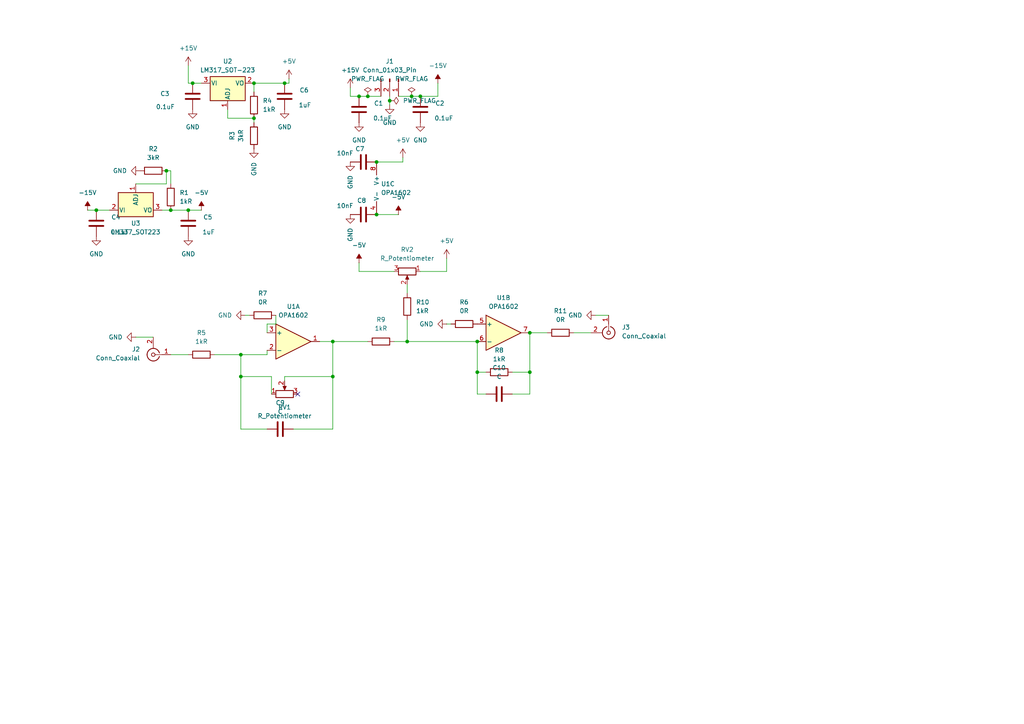
<source format=kicad_sch>
(kicad_sch (version 20250114) (generator "eeschema") (generator_version "9.0")
  (paper "A4")
  (lib_symbols
    (symbol "Amplifier_Operational:OPA1602" (pin_names (offset 0.127))
      (property "Reference" "U" (at 0 5.08 0))
      (property "Value" "OPA1602" (at 0 -5.08 0))
      (symbol "OPA1602_1_1"
        (polyline (pts (xy -5.08 5.08) (xy 5.08 0) (xy -5.08 -5.08) (xy -5.08 5.08)) (stroke (width 0.254)) (fill (type background)))
        (pin input line (at -7.62 2.54 0) (length 2.54) (name "+") (number "3"))
        (pin input line (at -7.62 -2.54 0) (length 2.54) (name "-") (number "2"))
        (pin output line (at 7.62 0 180) (length 2.54) (name "~") (number "1"))
      )
      (symbol "OPA1602_2_1"
        (polyline (pts (xy -5.08 5.08) (xy 5.08 0) (xy -5.08 -5.08) (xy -5.08 5.08)) (stroke (width 0.254)) (fill (type background)))
        (pin input line (at -7.62 2.54 0) (length 2.54) (name "+") (number "5"))
        (pin input line (at -7.62 -2.54 0) (length 2.54) (name "-") (number "6"))
        (pin output line (at 7.62 0 180) (length 2.54) (name "~") (number "7"))
      )
      (symbol "OPA1602_3_1"
        (pin power_in line (at -2.54 7.62 270) (length 3.81) (name "V+") (number "8"))
        (pin power_in line (at -2.54 -7.62 90) (length 3.81) (name "V-") (number "4"))
      )
    )
    (symbol "Connector:Conn_01x03_Pin" (pin_names (offset 1.016) (hide yes))
      (property "Reference" "J" (at 0 5.08 0))
      (property "Value" "Conn_01x03_Pin" (at 0 -5.08 0))
      (symbol "Conn_01x03_Pin_1_1"
        (rectangle (start 0.8636 2.667) (end 0 2.413) (stroke (width 0.1524)) (fill (type outline)))
        (rectangle (start 0.8636 0.127) (end 0 -0.127) (stroke (width 0.1524)) (fill (type outline)))
        (rectangle (start 0.8636 -2.413) (end 0 -2.667) (stroke (width 0.1524)) (fill (type outline)))
        (polyline (pts (xy 1.27 2.54) (xy 0.8636 2.54)) (stroke (width 0.1524)))
        (polyline (pts (xy 1.27 0) (xy 0.8636 0)) (stroke (width 0.1524)))
        (polyline (pts (xy 1.27 -2.54) (xy 0.8636 -2.54)) (stroke (width 0.1524)))
        (pin passive line (at 5.08 2.54 180) (length 3.81) (name "Pin_1") (number "1"))
        (pin passive line (at 5.08 0 180) (length 3.81) (name "Pin_2") (number "2"))
        (pin passive line (at 5.08 -2.54 180) (length 3.81) (name "Pin_3") (number "3"))
      )
    )
    (symbol "Connector:Conn_Coaxial" (pin_names (offset 1.016) (hide yes))
      (property "Reference" "J" (at 0.254 3.048 0))
      (property "Value" "Conn_Coaxial" (at 2.921 0 90))
      (symbol "Conn_Coaxial_0_1"
        (polyline (pts (xy -2.54 0) (xy -0.508 0)))
        (arc (start 1.778 0) (mid 0.222 -1.8079) (end -1.778 -0.508) (stroke (width 0.254)))
        (arc (start -1.778 0.508) (mid 0.2221 1.8084) (end 1.778 0) (stroke (width 0.254)))
        (circle (center 0 0) (radius 0.508) (stroke (width 0.2032)))
        (polyline (pts (xy 0 -2.54) (xy 0 -1.778)))
      )
      (symbol "Conn_Coaxial_1_1"
        (pin passive line (at -5.08 0 0) (length 2.54) (name "In") (number "1"))
        (pin passive line (at 0 -5.08 90) (length 2.54) (name "Ext") (number "2"))
      )
    )
    (symbol "Device:C" (pin_numbers (hide yes)) (pin_names (offset 0.254))
      (property "Reference" "C" (at 0.635 2.54 0))
      (property "Value" "C" (at 0.635 -2.54 0))
      (symbol "C_0_1"
        (polyline (pts (xy -2.032 0.762) (xy 2.032 0.762)) (stroke (width 0.508)))
        (polyline (pts (xy -2.032 -0.762) (xy 2.032 -0.762)) (stroke (width 0.508)))
      )
      (symbol "C_1_1"
        (pin passive line (at 0 3.81 270) (length 2.794) (name "~") (number "1"))
        (pin passive line (at 0 -3.81 90) (length 2.794) (name "~") (number "2"))
      )
    )
    (symbol "Device:R" (pin_numbers (hide yes)) (pin_names (offset 0))
      (property "Reference" "R" (at 2.032 0 90))
      (property "Value" "R" (at 0 0 90))
      (symbol "R_0_1"
        (rectangle (start -1.016 -2.54) (end 1.016 2.54) (stroke (width 0.254)))
      )
      (symbol "R_1_1"
        (pin passive line (at 0 3.81 270) (length 1.27) (name "~") (number "1"))
        (pin passive line (at 0 -3.81 90) (length 1.27) (name "~") (number "2"))
      )
    )
    (symbol "Device:R_Potentiometer" (pin_names (offset 1.016) (hide yes))
      (property "Reference" "RV" (at -4.445 0 90))
      (property "Value" "R_Potentiometer" (at -2.54 0 90))
      (symbol "R_Potentiometer_0_1"
        (rectangle (start 1.016 2.54) (end -1.016 -2.54) (stroke (width 0.254)))
        (polyline (pts (xy 1.143 0) (xy 2.286 0.508) (xy 2.286 -0.508) (xy 1.143 0)) (fill (type outline)))
        (polyline (pts (xy 2.54 0) (xy 1.524 0)))
      )
      (symbol "R_Potentiometer_1_1"
        (pin passive line (at 0 3.81 270) (length 1.27) (name "1") (number "1"))
        (pin passive line (at 0 -3.81 90) (length 1.27) (name "3") (number "3"))
        (pin passive line (at 3.81 0 180) (length 1.27) (name "2") (number "2"))
      )
    )
    (symbol "Regulator_Linear:LM317_SOT-223" (pin_names (offset 0.254))
      (property "Reference" "U" (at -3.81 3.175 0))
      (property "Value" "LM317_SOT-223" (at 0 3.175 0))
      (symbol "LM317_SOT-223_0_1"
        (rectangle (start -5.08 1.905) (end 5.08 -5.08) (stroke (width 0.254)) (fill (type background)))
      )
      (symbol "LM317_SOT-223_1_1"
        (pin power_in line (at -7.62 0 0) (length 2.54) (name "VI") (number "3"))
        (pin input line (at 0 -7.62 90) (length 2.54) (name "ADJ") (number "1"))
        (pin power_out line (at 7.62 0 180) (length 2.54) (name "VO") (number "2"))
      )
    )
    (symbol "Regulator_Linear:LM337_SOT223" (pin_names (offset 0.254))
      (property "Reference" "U" (at -3.81 -3.175 0))
      (property "Value" "LM337_SOT223" (at 0 -3.175 0))
      (symbol "LM337_SOT223_0_1"
        (rectangle (start -5.08 5.08) (end 5.08 -1.905) (stroke (width 0.254)) (fill (type background)))
      )
      (symbol "LM337_SOT223_1_1"
        (pin power_in line (at -7.62 0 0) (length 2.54) (name "VI") (number "2"))
        (pin input line (at 0 7.62 270) (length 2.54) (name "ADJ") (number "1"))
        (pin power_out line (at 7.62 0 180) (length 2.54) (name "VO") (number "3"))
      )
    )
    (symbol "power:+15V" (power) (pin_numbers (hide yes)) (pin_names (offset 0) (hide yes))
      (property "Value" "+15V" (at 0 3.556 0))
      (symbol "+15V_0_1"
        (polyline (pts (xy -0.762 1.27) (xy 0 2.54)))
        (polyline (pts (xy 0 2.54) (xy 0.762 1.27)))
        (polyline (pts (xy 0 0) (xy 0 2.54)))
      )
      (symbol "+15V_1_1"
        (pin power_in line (at 0 0 90) (length 0) (name "~") (number "1"))
      )
    )
    (symbol "power:+5V" (power) (pin_numbers (hide yes)) (pin_names (offset 0) (hide yes))
      (property "Value" "+5V" (at 0 3.556 0))
      (symbol "+5V_0_1"
        (polyline (pts (xy -0.762 1.27) (xy 0 2.54)))
        (polyline (pts (xy 0 2.54) (xy 0.762 1.27)))
        (polyline (pts (xy 0 0) (xy 0 2.54)))
      )
      (symbol "+5V_1_1"
        (pin power_in line (at 0 0 90) (length 0) (name "~") (number "1"))
      )
    )
    (symbol "power:-15V" (power) (pin_numbers (hide yes)) (pin_names (offset 0) (hide yes))
      (property "Value" "-15V" (at 0 3.556 0))
      (symbol "-15V_0_0"
        (pin power_in line (at 0 0 90) (length 0) (name "~") (number "1"))
      )
      (symbol "-15V_0_1"
        (polyline (pts (xy 0 0) (xy 0 1.27) (xy 0.762 1.27) (xy 0 2.54) (xy -0.762 1.27) (xy 0 1.27)) (fill (type outline)))
      )
    )
    (symbol "power:-5V" (power) (pin_numbers (hide yes)) (pin_names (offset 0) (hide yes))
      (property "Value" "-5V" (at 0 3.556 0))
      (symbol "-5V_0_0"
        (pin power_in line (at 0 0 90) (length 0) (name "~") (number "1"))
      )
      (symbol "-5V_0_1"
        (polyline (pts (xy 0 0) (xy 0 1.27) (xy 0.762 1.27) (xy 0 2.54) (xy -0.762 1.27) (xy 0 1.27)) (fill (type outline)))
      )
    )
    (symbol "power:GND" (power) (pin_numbers (hide yes)) (pin_names (offset 0) (hide yes))
      (property "Value" "GND" (at 0 -3.81 0))
      (symbol "GND_0_1"
        (polyline (pts (xy 0 0) (xy 0 -1.27) (xy 1.27 -1.27) (xy 0 -2.54) (xy -1.27 -1.27) (xy 0 -1.27)))
      )
      (symbol "GND_1_1"
        (pin power_in line (at 0 0 270) (length 0) (name "~") (number "1"))
      )
    )
    (symbol "power:PWR_FLAG" (power) (pin_numbers (hide yes)) (pin_names (offset 0) (hide yes))
      (property "Value" "PWR_FLAG" (at 0 3.81 0))
      (symbol "PWR_FLAG_0_0"
        (pin power_out line (at 0 0 90) (length 0) (name "~") (number "1"))
      )
      (symbol "PWR_FLAG_0_1"
        (polyline (pts (xy 0 0) (xy 0 1.27) (xy -1.016 1.905) (xy 0 2.54) (xy 1.016 1.905) (xy 0 1.27)))
      )
    )
  )
  (junction (at 119.38 27.94))
  (junction (at 27.94 60.96))
  (junction (at 48.26 49.53))
  (junction (at 54.61 60.96))
  (junction (at 96.52 109.22))
  (junction (at 96.52 99.06))
  (junction (at 69.85 109.22))
  (junction (at 121.92 27.94))
  (junction (at 109.22 46.99))
  (junction (at 109.22 62.23))
  (junction (at 69.85 102.87))
  (junction (at 73.66 24.13))
  (junction (at 113.03 29.21))
  (junction (at 49.53 60.96))
  (junction (at 82.55 24.13))
  (junction (at 138.43 99.06))
  (junction (at 118.11 99.06))
  (junction (at 153.67 107.95))
  (junction (at 73.66 34.29))
  (junction (at 104.14 27.94))
  (junction (at 153.67 96.52))
  (junction (at 138.43 107.95))
  (junction (at 106.68 27.94))
  (junction (at 55.88 24.13))
  (no_connect (at 86.36 114.3))
  (wire (pts (xy 49.53 49.53) (xy 48.26 49.53)))
  (wire (pts (xy 69.85 102.87) (xy 77.47 102.87)))
  (wire (pts (xy 77.47 102.87) (xy 77.47 101.6)))
  (wire (pts (xy 82.55 109.22) (xy 96.52 109.22)))
  (wire (pts (xy 153.67 96.52) (xy 158.75 96.52)))
  (wire (pts (xy 138.43 107.95) (xy 138.43 114.3)))
  (wire (pts (xy 82.55 110.49) (xy 82.55 109.22)))
  (wire (pts (xy 153.67 96.52) (xy 153.67 107.95)))
  (wire (pts (xy 48.26 53.34) (xy 48.26 49.53)))
  (wire (pts (xy 109.22 62.23) (xy 115.57 62.23)))
  (wire (pts (xy 62.23 102.87) (xy 69.85 102.87)))
  (wire (pts (xy 69.85 102.87) (xy 69.85 109.22)))
  (wire (pts (xy 96.52 99.06) (xy 106.68 99.06)))
  (wire (pts (xy 96.52 109.22) (xy 96.52 124.46)))
  (wire (pts (xy 104.14 27.94) (xy 106.68 27.94)))
  (wire (pts (xy 138.43 107.95) (xy 138.43 99.06)))
  (wire (pts (xy 82.55 24.13) (xy 83.82 24.13)))
  (wire (pts (xy 83.82 22.86) (xy 83.82 24.13)))
  (wire (pts (xy 71.12 91.44) (xy 72.39 91.44)))
  (wire (pts (xy 55.88 24.13) (xy 58.42 24.13)))
  (wire (pts (xy 49.53 102.87) (xy 54.61 102.87)))
  (wire (pts (xy 148.59 114.3) (xy 153.67 114.3)))
  (wire (pts (xy 54.61 60.96) (xy 58.42 60.96)))
  (wire (pts (xy 49.53 53.34) (xy 49.53 49.53)))
  (wire (pts (xy 54.61 19.05) (xy 54.61 24.13)))
  (wire (pts (xy 77.47 124.46) (xy 69.85 124.46)))
  (wire (pts (xy 39.37 53.34) (xy 48.26 53.34)))
  (wire (pts (xy 46.99 60.96) (xy 49.53 60.96)))
  (wire (pts (xy 129.54 74.93) (xy 129.54 78.74)))
  (wire (pts (xy 140.97 107.95) (xy 138.43 107.95)))
  (wire (pts (xy 49.53 60.96) (xy 54.61 60.96)))
  (wire (pts (xy 113.03 27.94) (xy 113.03 29.21)))
  (wire (pts (xy 109.22 46.99) (xy 116.84 46.99)))
  (wire (pts (xy 78.74 114.3) (xy 78.74 109.22)))
  (wire (pts (xy 25.4 60.96) (xy 27.94 60.96)))
  (wire (pts (xy 66.04 31.75) (xy 66.04 34.29)))
  (wire (pts (xy 113.03 29.21) (xy 113.03 30.48)))
  (wire (pts (xy 119.38 27.94) (xy 121.92 27.94)))
  (wire (pts (xy 127 27.94) (xy 127 24.13)))
  (wire (pts (xy 39.37 97.79) (xy 44.45 97.79)))
  (wire (pts (xy 54.61 24.13) (xy 55.88 24.13)))
  (wire (pts (xy 129.54 93.98) (xy 130.81 93.98)))
  (wire (pts (xy 104.14 78.74) (xy 104.14 76.2)))
  (wire (pts (xy 116.84 46.99) (xy 116.84 45.72)))
  (wire (pts (xy 96.52 124.46) (xy 85.09 124.46)))
  (wire (pts (xy 101.6 27.94) (xy 104.14 27.94)))
  (wire (pts (xy 73.66 24.13) (xy 73.66 26.67)))
  (wire (pts (xy 153.67 107.95) (xy 148.59 107.95)))
  (wire (pts (xy 166.37 96.52) (xy 171.45 96.52)))
  (wire (pts (xy 114.3 78.74) (xy 104.14 78.74)))
  (wire (pts (xy 78.74 109.22) (xy 69.85 109.22)))
  (wire (pts (xy 106.68 27.94) (xy 110.49 27.94)))
  (wire (pts (xy 73.66 24.13) (xy 82.55 24.13)))
  (wire (pts (xy 80.01 93.98) (xy 77.47 93.98)))
  (wire (pts (xy 101.6 25.4) (xy 101.6 27.94)))
  (wire (pts (xy 73.66 34.29) (xy 73.66 35.56)))
  (wire (pts (xy 153.67 114.3) (xy 153.67 107.95)))
  (wire (pts (xy 118.11 99.06) (xy 138.43 99.06)))
  (wire (pts (xy 77.47 93.98) (xy 77.47 96.52)))
  (wire (pts (xy 121.92 27.94) (xy 127 27.94)))
  (wire (pts (xy 69.85 109.22) (xy 69.85 124.46)))
  (wire (pts (xy 118.11 92.71) (xy 118.11 99.06)))
  (wire (pts (xy 138.43 114.3) (xy 140.97 114.3)))
  (wire (pts (xy 129.54 78.74) (xy 121.92 78.74)))
  (wire (pts (xy 96.52 109.22) (xy 96.52 99.06)))
  (wire (pts (xy 27.94 60.96) (xy 31.75 60.96)))
  (wire (pts (xy 92.71 99.06) (xy 96.52 99.06)))
  (wire (pts (xy 115.57 27.94) (xy 119.38 27.94)))
  (wire (pts (xy 118.11 82.55) (xy 118.11 85.09)))
  (wire (pts (xy 114.3 99.06) (xy 118.11 99.06)))
  (wire (pts (xy 66.04 34.29) (xy 73.66 34.29)))
  (wire (pts (xy 172.72 91.44) (xy 176.53 91.44)))
  (wire (pts (xy 80.01 91.44) (xy 80.01 93.98)))
  (symbol (lib_id "Device:R") (at 73.66 30.48 180) (unit 1)
    (property "Reference" "R4" (at 76.2 29.2099 0) (effects (justify right)))
    (property "Value" "1kR" (at 76.2 31.7499 0) (effects (justify right)))
    (property "Footprint" "Resistor_SMD:R_1206_3216Metric" (effects (hide yes)))
    (property "Description" "Resistor" (effects (hide yes)))
  )
  (symbol (lib_id "Connector:Conn_Coaxial") (at 44.45 102.87 180) (unit 1)
    (property "Reference" "J2" (at 40.64 101.3067 0) (effects (justify left)))
    (property "Value" "Conn_Coaxial" (at 40.64 103.8467 0) (effects (justify left)))
    (property "Footprint" "Connector_Coaxial:SMA_Amphenol_132289_EdgeMount" (effects (hide yes)))
    (property "Description" "coaxial connector (BNC, SMA, SMB, SMC, Cinch/RCA, LEMO, ...)" (effects (hide yes)))
  )
  (symbol (lib_id "power:GND") (at 55.88 31.75 0) (unit 1)
    (property "Reference" "#PWR07" (effects (hide yes)))
    (property "Value" "GND" (at 55.88 36.83 0))
    (property "Description" "Power symbol creates a global label with name \"GND\" , ground" (effects (hide yes)))
  )
  (symbol (lib_id "power:GND") (at 172.72 91.44 270) (unit 1)
    (property "Reference" "#PWR025" (effects (hide yes)))
    (property "Value" "GND" (at 168.91 91.4399 90) (effects (justify right)))
    (property "Description" "Power symbol creates a global label with name \"GND\" , ground" (effects (hide yes)))
  )
  (symbol (lib_id "Device:C") (at 105.41 62.23 270) (unit 1)
    (property "Reference" "C8" (at 104.902 58.166 90))
    (property "Value" "10nF" (at 100.076 59.69 90))
    (property "Footprint" "Capacitor_SMD:C_1206_3216Metric" (effects (hide yes)))
    (property "Description" "Unpolarized capacitor" (effects (hide yes)))
  )
  (symbol (lib_id "Amplifier_Operational:OPA1602") (at 111.76 54.61 0) (unit 3)
    (property "Reference" "U1" (at 110.49 53.3399 0) (effects (justify left)))
    (property "Value" "OPA1602" (at 110.49 55.8799 0) (effects (justify left)))
    (property "Footprint" "Package_SO:SOIC-8-1EP_3.9x4.9mm_P1.27mm_EP2.29x3mm" (effects (hide yes)))
    (property "Datasheet" "http://www.ti.com/lit/ds/symlink/opa1604.pdf" (effects (hide yes)))
    (property "Description" "Dual SoundPlus High Performance, Bipolar-Input Audio Operational Amplifiers, SOIC-8/MSOP-8" (effects (hide yes)))
  )
  (symbol (lib_id "Device:C") (at 105.41 46.99 270) (unit 1)
    (property "Reference" "C7" (at 104.394 43.18 90))
    (property "Value" "10nF" (at 100.076 44.45 90))
    (property "Footprint" "Capacitor_SMD:C_1206_3216Metric" (effects (hide yes)))
    (property "Description" "Unpolarized capacitor" (effects (hide yes)))
  )
  (symbol (lib_id "power:GND") (at 104.14 35.56 0) (unit 1)
    (property "Reference" "#PWR04" (effects (hide yes)))
    (property "Value" "GND" (at 104.14 40.64 0))
    (property "Description" "Power symbol creates a global label with name \"GND\" , ground" (effects (hide yes)))
  )
  (symbol (lib_id "power:GND") (at 71.12 91.44 270) (unit 1)
    (property "Reference" "#PWR021" (effects (hide yes)))
    (property "Value" "GND" (at 67.31 91.4399 90) (effects (justify right)))
    (property "Description" "Power symbol creates a global label with name \"GND\" , ground" (effects (hide yes)))
  )
  (symbol (lib_id "Connector:Conn_Coaxial") (at 176.53 96.52 270) (unit 1)
    (property "Reference" "J3" (at 180.34 94.9324 90) (effects (justify left)))
    (property "Value" "Conn_Coaxial" (at 180.34 97.4724 90) (effects (justify left)))
    (property "Footprint" "Connector_Coaxial:SMA_Amphenol_132289_EdgeMount" (effects (hide yes)))
    (property "Description" "coaxial connector (BNC, SMA, SMB, SMC, Cinch/RCA, LEMO, ...)" (effects (hide yes)))
  )
  (symbol (lib_id "power:-5V") (at 115.57 62.23 0) (unit 1)
    (property "Reference" "#PWR017" (effects (hide yes)))
    (property "Value" "-5V" (at 115.57 57.15 0))
    (property "Description" "Power symbol creates a global label with name \"-5V\"" (effects (hide yes)))
  )
  (symbol (lib_id "Device:R_Potentiometer") (at 118.11 78.74 270) (unit 1)
    (property "Reference" "RV2" (at 118.11 72.39 90))
    (property "Value" "R_Potentiometer" (at 118.11 74.93 90))
    (property "Footprint" "Connector_PinSocket_2.54mm:PinSocket_1x03_P2.54mm_Vertical" (effects (hide yes)))
    (property "Description" "Potentiometer" (effects (hide yes)))
  )
  (symbol (lib_id "Device:C") (at 54.61 64.77 0) (unit 1)
    (property "Reference" "C5" (at 58.928 62.992 0) (effects (justify left)))
    (property "Value" "1uF" (at 58.674 67.31 0) (effects (justify left)))
    (property "Footprint" "Capacitor_SMD:C_1206_3216Metric" (effects (hide yes)))
    (property "Description" "Unpolarized capacitor" (effects (hide yes)))
  )
  (symbol (lib_id "power:+5V") (at 83.82 22.86 0) (unit 1)
    (property "Reference" "#PWR011" (effects (hide yes)))
    (property "Value" "+5V" (at 83.82 17.78 0))
    (property "Description" "Power symbol creates a global label with name \"+5V\"" (effects (hide yes)))
  )
  (symbol (lib_id "power:-5V") (at 104.14 76.2 0) (unit 1)
    (property "Reference" "#PWR023" (effects (hide yes)))
    (property "Value" "-5V" (at 104.14 71.12 0))
    (property "Description" "Power symbol creates a global label with name \"-5V\"" (effects (hide yes)))
  )
  (symbol (lib_id "Device:R") (at 110.49 99.06 90) (unit 1)
    (property "Reference" "R9" (at 110.49 92.71 90))
    (property "Value" "1kR" (at 110.49 95.25 90))
    (property "Footprint" "Resistor_SMD:R_1206_3216Metric" (effects (hide yes)))
    (property "Description" "Resistor" (effects (hide yes)))
  )
  (symbol (lib_id "Device:R") (at 118.11 88.9 180) (unit 1)
    (property "Reference" "R10" (at 120.65 87.6299 0) (effects (justify right)))
    (property "Value" "1kR" (at 120.65 90.1699 0) (effects (justify right)))
    (property "Footprint" "Resistor_SMD:R_1206_3216Metric" (effects (hide yes)))
    (property "Description" "Resistor" (effects (hide yes)))
  )
  (symbol (lib_id "Device:C") (at 104.14 31.75 0) (unit 1)
    (property "Reference" "C1" (at 108.458 29.972 0) (effects (justify left)))
    (property "Value" "0.1uF" (at 108.204 34.29 0) (effects (justify left)))
    (property "Footprint" "Capacitor_SMD:C_1206_3216Metric" (effects (hide yes)))
    (property "Description" "Unpolarized capacitor" (effects (hide yes)))
  )
  (symbol (lib_id "Device:R") (at 144.78 107.95 90) (unit 1)
    (property "Reference" "R8" (at 144.78 101.6 90))
    (property "Value" "1kR" (at 144.78 104.14 90))
    (property "Footprint" "Resistor_SMD:R_1206_3216Metric" (effects (hide yes)))
    (property "Description" "Resistor" (effects (hide yes)))
  )
  (symbol (lib_id "power:GND") (at 54.61 68.58 0) (unit 1)
    (property "Reference" "#PWR012" (effects (hide yes)))
    (property "Value" "GND" (at 54.61 73.66 0))
    (property "Description" "Power symbol creates a global label with name \"GND\" , ground" (effects (hide yes)))
  )
  (symbol (lib_id "Device:C") (at 82.55 27.94 0) (unit 1)
    (property "Reference" "C6" (at 86.868 26.162 0) (effects (justify left)))
    (property "Value" "1uF" (at 86.614 30.48 0) (effects (justify left)))
    (property "Footprint" "Capacitor_SMD:C_1206_3216Metric" (effects (hide yes)))
    (property "Description" "Unpolarized capacitor" (effects (hide yes)))
  )
  (symbol (lib_id "Device:C") (at 81.28 124.46 90) (unit 1)
    (property "Reference" "C9" (at 81.28 116.84 90))
    (property "Value" "C" (at 81.28 119.38 90))
    (property "Footprint" "Capacitor_SMD:C_1206_3216Metric" (effects (hide yes)))
    (property "Description" "Unpolarized capacitor" (effects (hide yes)))
  )
  (symbol (lib_id "Device:R") (at 49.53 57.15 0) (unit 1)
    (property "Reference" "R1" (at 52.07 55.8799 0) (effects (justify left)))
    (property "Value" "1kR" (at 52.07 58.4199 0) (effects (justify left)))
    (property "Footprint" "Resistor_SMD:R_1206_3216Metric" (effects (hide yes)))
    (property "Description" "Resistor" (effects (hide yes)))
  )
  (symbol (lib_id "Device:R_Potentiometer") (at 82.55 114.3 90) (unit 1)
    (property "Reference" "RV1" (at 82.55 118.11 90))
    (property "Value" "R_Potentiometer" (at 82.55 120.65 90))
    (property "Footprint" "Connector_PinSocket_2.54mm:PinSocket_1x03_P2.54mm_Vertical" (effects (hide yes)))
    (property "Description" "Potentiometer" (effects (hide yes)))
  )
  (symbol (lib_id "power:GND") (at 113.03 30.48 0) (unit 1)
    (property "Reference" "#PWR03" (effects (hide yes)))
    (property "Value" "GND" (at 113.03 35.56 0))
    (property "Description" "Power symbol creates a global label with name \"GND\" , ground" (effects (hide yes)))
  )
  (symbol (lib_id "Device:C") (at 121.92 31.75 0) (unit 1)
    (property "Reference" "C2" (at 126.238 29.972 0) (effects (justify left)))
    (property "Value" "0.1uF" (at 125.984 34.29 0) (effects (justify left)))
    (property "Footprint" "Capacitor_SMD:C_1206_3216Metric" (effects (hide yes)))
    (property "Description" "Unpolarized capacitor" (effects (hide yes)))
  )
  (symbol (lib_id "power:-15V") (at 127 24.13 0) (unit 1)
    (property "Reference" "#PWR02" (effects (hide yes)))
    (property "Value" "-15V" (at 127 19.05 0))
    (property "Description" "Power symbol creates a global label with name \"-15V\"" (effects (hide yes)))
  )
  (symbol (lib_id "power:GND") (at 101.6 62.23 0) (unit 1)
    (property "Reference" "#PWR019" (effects (hide yes)))
    (property "Value" "GND" (at 101.5999 66.04 90) (effects (justify right)))
    (property "Description" "Power symbol creates a global label with name \"GND\" , ground" (effects (hide yes)))
  )
  (symbol (lib_id "power:-15V") (at 25.4 60.96 0) (unit 1)
    (property "Reference" "#PWR09" (effects (hide yes)))
    (property "Value" "-15V" (at 25.4 55.88 0))
    (property "Description" "Power symbol creates a global label with name \"-15V\"" (effects (hide yes)))
  )
  (symbol (lib_id "power:GND") (at 121.92 35.56 0) (unit 1)
    (property "Reference" "#PWR05" (effects (hide yes)))
    (property "Value" "GND" (at 121.92 40.64 0))
    (property "Description" "Power symbol creates a global label with name \"GND\" , ground" (effects (hide yes)))
  )
  (symbol (lib_id "Device:C") (at 27.94 64.77 0) (unit 1)
    (property "Reference" "C4" (at 32.258 62.992 0) (effects (justify left)))
    (property "Value" "0.1uF" (at 32.004 67.31 0) (effects (justify left)))
    (property "Footprint" "Capacitor_SMD:C_1206_3216Metric" (effects (hide yes)))
    (property "Description" "Unpolarized capacitor" (effects (hide yes)))
  )
  (symbol (lib_id "Regulator_Linear:LM337_SOT223") (at 39.37 60.96 0) (unit 1)
    (property "Reference" "U3" (at 39.37 64.77 0))
    (property "Value" "LM337_SOT223" (at 39.37 67.31 0))
    (property "Footprint" "Package_TO_SOT_SMD:SOT-223-3_TabPin2" (effects (hide yes)))
    (property "Datasheet" "http://www.ti.com/lit/ds/symlink/lm337-n.pdf" (effects (hide yes)))
    (property "Description" "Negative 1A 35V Adjustable Linear Regulator, SOT-223" (effects (hide yes)))
  )
  (symbol (lib_id "Device:R") (at 162.56 96.52 90) (unit 1)
    (property "Reference" "R11" (at 162.56 90.17 90))
    (property "Value" "0R" (at 162.56 92.71 90))
    (property "Footprint" "Resistor_SMD:R_1206_3216Metric" (effects (hide yes)))
    (property "Description" "Resistor" (effects (hide yes)))
  )
  (symbol (lib_id "Amplifier_Operational:OPA1602") (at 146.05 96.52 0) (unit 2)
    (property "Reference" "U1" (at 146.05 86.36 0))
    (property "Value" "OPA1602" (at 146.05 88.9 0))
    (property "Footprint" "Package_SO:SOIC-8-1EP_3.9x4.9mm_P1.27mm_EP2.29x3mm" (effects (hide yes)))
    (property "Datasheet" "http://www.ti.com/lit/ds/symlink/opa1604.pdf" (effects (hide yes)))
    (property "Description" "Dual SoundPlus High Performance, Bipolar-Input Audio Operational Amplifiers, SOIC-8/MSOP-8" (effects (hide yes)))
  )
  (symbol (lib_id "power:PWR_FLAG") (at 113.03 29.21 270) (unit 1)
    (property "Reference" "#FLG03" (effects (hide yes)))
    (property "Value" "PWR_FLAG" (at 116.84 29.2099 90) (effects (justify left)))
    (property "Description" "Special symbol for telling ERC where power comes from" (effects (hide yes)))
  )
  (symbol (lib_id "Device:R") (at 76.2 91.44 90) (unit 1)
    (property "Reference" "R7" (at 76.2 85.09 90))
    (property "Value" "0R" (at 76.2 87.63 90))
    (property "Footprint" "Resistor_SMD:R_1206_3216Metric" (effects (hide yes)))
    (property "Description" "Resistor" (effects (hide yes)))
  )
  (symbol (lib_id "power:+5V") (at 116.84 45.72 0) (unit 1)
    (property "Reference" "#PWR016" (effects (hide yes)))
    (property "Value" "+5V" (at 116.84 40.64 0))
    (property "Description" "Power symbol creates a global label with name \"+5V\"" (effects (hide yes)))
  )
  (symbol (lib_id "Device:R") (at 44.45 49.53 90) (unit 1)
    (property "Reference" "R2" (at 44.45 43.18 90))
    (property "Value" "3kR" (at 44.45 45.72 90))
    (property "Footprint" "Resistor_SMD:R_1206_3216Metric" (effects (hide yes)))
    (property "Description" "Resistor" (effects (hide yes)))
  )
  (symbol (lib_id "power:PWR_FLAG") (at 119.38 27.94 0) (unit 1)
    (property "Reference" "#FLG02" (effects (hide yes)))
    (property "Value" "PWR_FLAG" (at 119.38 22.86 0))
    (property "Description" "Special symbol for telling ERC where power comes from" (effects (hide yes)))
  )
  (symbol (lib_id "power:GND") (at 39.37 97.79 270) (unit 1)
    (property "Reference" "#PWR020" (effects (hide yes)))
    (property "Value" "GND" (at 35.56 97.7899 90) (effects (justify right)))
    (property "Description" "Power symbol creates a global label with name \"GND\" , ground" (effects (hide yes)))
  )
  (symbol (lib_id "power:GND") (at 27.94 68.58 0) (unit 1)
    (property "Reference" "#PWR08" (effects (hide yes)))
    (property "Value" "GND" (at 27.94 73.66 0))
    (property "Description" "Power symbol creates a global label with name \"GND\" , ground" (effects (hide yes)))
  )
  (symbol (lib_id "Regulator_Linear:LM317_SOT-223") (at 66.04 24.13 0) (unit 1)
    (property "Reference" "U2" (at 66.04 17.78 0))
    (property "Value" "LM317_SOT-223" (at 66.04 20.32 0))
    (property "Footprint" "Package_TO_SOT_SMD:SOT-223-3_TabPin2" (effects (hide yes)))
    (property "Datasheet" "http://www.ti.com/lit/ds/symlink/lm317.pdf" (effects (hide yes)))
    (property "Description" "1.5A 35V Adjustable Linear Regulator, SOT-223" (effects (hide yes)))
  )
  (symbol (lib_id "power:GND") (at 40.64 49.53 270) (unit 1)
    (property "Reference" "#PWR010" (effects (hide yes)))
    (property "Value" "GND" (at 36.83 49.5299 90) (effects (justify right)))
    (property "Description" "Power symbol creates a global label with name \"GND\" , ground" (effects (hide yes)))
  )
  (symbol (lib_id "Device:C") (at 55.88 27.94 0) (unit 1)
    (property "Reference" "C3" (at 46.482 27.178 0) (effects (justify left)))
    (property "Value" "0.1uF" (at 45.212 30.988 0) (effects (justify left)))
    (property "Footprint" "Capacitor_SMD:C_1206_3216Metric" (effects (hide yes)))
    (property "Description" "Unpolarized capacitor" (effects (hide yes)))
  )
  (symbol (lib_id "power:GND") (at 129.54 93.98 270) (unit 1)
    (property "Reference" "#PWR022" (effects (hide yes)))
    (property "Value" "GND" (at 125.73 93.9799 90) (effects (justify right)))
    (property "Description" "Power symbol creates a global label with name \"GND\" , ground" (effects (hide yes)))
  )
  (symbol (lib_id "Device:R") (at 58.42 102.87 90) (unit 1)
    (property "Reference" "R5" (at 58.42 96.52 90))
    (property "Value" "1kR" (at 58.42 99.06 90))
    (property "Footprint" "Resistor_SMD:R_1206_3216Metric" (effects (hide yes)))
    (property "Description" "Resistor" (effects (hide yes)))
  )
  (symbol (lib_id "power:GND") (at 82.55 31.75 0) (unit 1)
    (property "Reference" "#PWR014" (effects (hide yes)))
    (property "Value" "GND" (at 82.55 36.83 0))
    (property "Description" "Power symbol creates a global label with name \"GND\" , ground" (effects (hide yes)))
  )
  (symbol (lib_id "power:+15V") (at 54.61 19.05 0) (unit 1)
    (property "Reference" "#PWR06" (effects (hide yes)))
    (property "Value" "+15V" (at 54.61 13.97 0))
    (property "Description" "Power symbol creates a global label with name \"+15V\"" (effects (hide yes)))
  )
  (symbol (lib_id "power:+15V") (at 101.6 25.4 0) (unit 1)
    (property "Reference" "#PWR01" (effects (hide yes)))
    (property "Value" "+15V" (at 101.6 20.32 0))
    (property "Description" "Power symbol creates a global label with name \"+15V\"" (effects (hide yes)))
  )
  (symbol (lib_id "power:GND") (at 101.6 46.99 0) (unit 1)
    (property "Reference" "#PWR018" (effects (hide yes)))
    (property "Value" "GND" (at 101.5999 50.8 90) (effects (justify right)))
    (property "Description" "Power symbol creates a global label with name \"GND\" , ground" (effects (hide yes)))
  )
  (symbol (lib_id "Device:C") (at 144.78 114.3 90) (unit 1)
    (property "Reference" "C10" (at 144.78 106.68 90))
    (property "Value" "C" (at 144.78 109.22 90))
    (property "Footprint" "Capacitor_SMD:C_1206_3216Metric" (effects (hide yes)))
    (property "Description" "Unpolarized capacitor" (effects (hide yes)))
  )
  (symbol (lib_id "power:GND") (at 73.66 43.18 0) (unit 1)
    (property "Reference" "#PWR013" (effects (hide yes)))
    (property "Value" "GND" (at 73.6599 46.99 90) (effects (justify right)))
    (property "Description" "Power symbol creates a global label with name \"GND\" , ground" (effects (hide yes)))
  )
  (symbol (lib_id "Connector:Conn_01x03_Pin") (at 113.03 22.86 270) (unit 1)
    (property "Reference" "J1" (at 113.03 17.78 90))
    (property "Value" "Conn_01x03_Pin" (at 113.03 20.32 90))
    (property "Footprint" "Connector_PinSocket_2.54mm:PinSocket_1x03_P2.54mm_Vertical" (effects (hide yes)))
    (property "Description" "Generic connector, single row, 01x03, script generated" (effects (hide yes)))
  )
  (symbol (lib_id "Device:R") (at 73.66 39.37 180) (unit 1)
    (property "Reference" "R3" (at 67.31 39.37 90))
    (property "Value" "3kR" (at 69.85 39.37 90))
    (property "Footprint" "Resistor_SMD:R_1206_3216Metric" (effects (hide yes)))
    (property "Description" "Resistor" (effects (hide yes)))
  )
  (symbol (lib_id "power:-5V") (at 58.42 60.96 0) (unit 1)
    (property "Reference" "#PWR015" (effects (hide yes)))
    (property "Value" "-5V" (at 58.42 55.88 0))
    (property "Description" "Power symbol creates a global label with name \"-5V\"" (effects (hide yes)))
  )
  (symbol (lib_id "Amplifier_Operational:OPA1602") (at 85.09 99.06 0) (unit 1)
    (property "Reference" "U1" (at 85.09 88.9 0))
    (property "Value" "OPA1602" (at 85.09 91.44 0))
    (property "Footprint" "Package_SO:SOIC-8-1EP_3.9x4.9mm_P1.27mm_EP2.29x3mm" (effects (hide yes)))
    (property "Datasheet" "http://www.ti.com/lit/ds/symlink/opa1604.pdf" (effects (hide yes)))
    (property "Description" "Dual SoundPlus High Performance, Bipolar-Input Audio Operational Amplifiers, SOIC-8/MSOP-8" (effects (hide yes)))
  )
  (symbol (lib_id "power:+5V") (at 129.54 74.93 0) (unit 1)
    (property "Reference" "#PWR024" (effects (hide yes)))
    (property "Value" "+5V" (at 129.54 69.85 0))
    (property "Description" "Power symbol creates a global label with name \"+5V\"" (effects (hide yes)))
  )
  (symbol (lib_id "Device:R") (at 134.62 93.98 90) (unit 1)
    (property "Reference" "R6" (at 134.62 87.63 90))
    (property "Value" "0R" (at 134.62 90.17 90))
    (property "Footprint" "Resistor_SMD:R_1206_3216Metric" (effects (hide yes)))
    (property "Description" "Resistor" (effects (hide yes)))
  )
  (symbol (lib_id "power:PWR_FLAG") (at 106.68 27.94 0) (unit 1)
    (property "Reference" "#FLG01" (effects (hide yes)))
    (property "Value" "PWR_FLAG" (at 106.68 22.86 0))
    (property "Description" "Special symbol for telling ERC where power comes from" (effects (hide yes)))
  )
)
</source>
